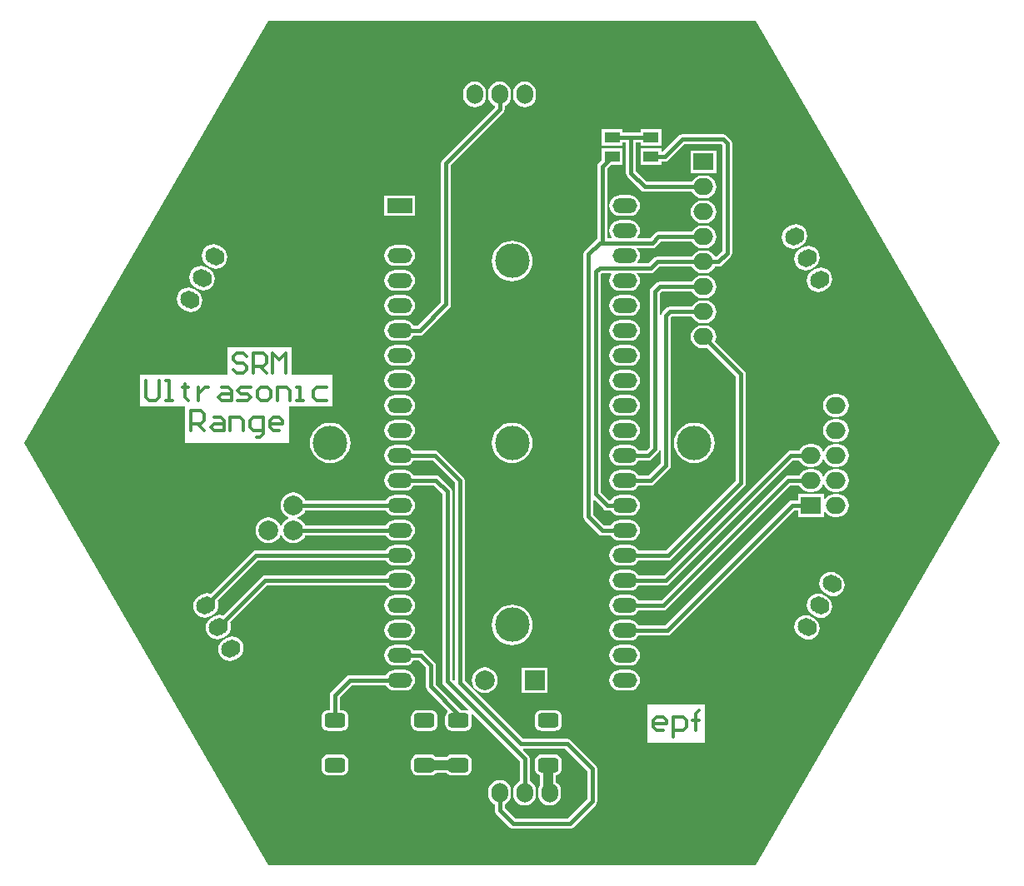
<source format=gtl>
%FSLAX44Y44*%
%MOMM*%
G71*
G01*
G75*
G04 Layer_Physical_Order=1*
G04 Layer_Color=255*
G04:AMPARAMS|DCode=10|XSize=2.1mm|YSize=1.5mm|CornerRadius=0.375mm|HoleSize=0mm|Usage=FLASHONLY|Rotation=180.000|XOffset=0mm|YOffset=0mm|HoleType=Round|Shape=RoundedRectangle|*
%AMROUNDEDRECTD10*
21,1,2.1000,0.7500,0,0,180.0*
21,1,1.3500,1.5000,0,0,180.0*
1,1,0.7500,-0.6750,0.3750*
1,1,0.7500,0.6750,0.3750*
1,1,0.7500,0.6750,-0.3750*
1,1,0.7500,-0.6750,-0.3750*
%
%ADD10ROUNDEDRECTD10*%
%ADD11R,1.5000X1.1000*%
%ADD12C,0.4000*%
%ADD13C,1.0000*%
%ADD14C,0.3000*%
%ADD15R,2.0000X1.7000*%
%ADD16O,2.0000X1.7000*%
%ADD17R,2.0000X2.0000*%
%ADD18C,2.0000*%
G04:AMPARAMS|DCode=19|XSize=1.7mm|YSize=2mm|CornerRadius=0mm|HoleSize=0mm|Usage=FLASHONLY|Rotation=120.000|XOffset=0mm|YOffset=0mm|HoleType=Round|Shape=Round|*
%AMOVALD19*
21,1,0.3000,1.7000,0.0000,0.0000,210.0*
1,1,1.7000,0.1299,0.0750*
1,1,1.7000,-0.1299,-0.0750*
%
%ADD19OVALD19*%

%ADD20O,1.7000X2.0000*%
%ADD21R,2.5000X1.5000*%
%ADD22O,2.5000X1.5000*%
G04:AMPARAMS|DCode=23|XSize=1.7mm|YSize=2mm|CornerRadius=0mm|HoleSize=0mm|Usage=FLASHONLY|Rotation=60.000|XOffset=0mm|YOffset=0mm|HoleType=Round|Shape=Round|*
%AMOVALD23*
21,1,0.3000,1.7000,0.0000,0.0000,150.0*
1,1,1.7000,0.1299,-0.0750*
1,1,1.7000,-0.1299,0.0750*
%
%ADD23OVALD23*%

%ADD24C,3.5000*%
%ADD25R,2.0000X2.0000*%
G36*
X495670Y0D02*
X247836Y-428992D01*
X-247836D01*
X-495670Y0D01*
X-247836Y428992D01*
X247836D01*
X495670Y0D01*
D02*
G37*
%LPC*%
G36*
X-109300Y-129109D02*
X-119300D01*
X-122041Y-129470D01*
X-124595Y-130528D01*
X-126789Y-132211D01*
X-128472Y-134405D01*
X-128553Y-134602D01*
X-251053D01*
X-252680Y-134926D01*
X-253004Y-134990D01*
X-254658Y-136095D01*
X-293835Y-175273D01*
X-294149Y-175143D01*
X-297151Y-174748D01*
X-300153Y-175143D01*
X-302950Y-176302D01*
X-305549Y-177802D01*
X-307951Y-179645D01*
X-309794Y-182047D01*
X-310953Y-184845D01*
X-311348Y-187847D01*
X-310953Y-190849D01*
X-309794Y-193647D01*
X-307951Y-196049D01*
X-305549Y-197892D01*
X-302751Y-199051D01*
X-299749Y-199446D01*
X-296747Y-199051D01*
X-293950Y-197892D01*
X-291351Y-196392D01*
X-288949Y-194549D01*
X-287106Y-192147D01*
X-285947Y-189349D01*
X-285552Y-186347D01*
X-285947Y-183345D01*
X-286398Y-182255D01*
X-248941Y-144798D01*
X-128553D01*
X-128472Y-144995D01*
X-126789Y-147189D01*
X-124595Y-148872D01*
X-122041Y-149930D01*
X-119300Y-150291D01*
X-109300D01*
X-106559Y-149930D01*
X-104005Y-148872D01*
X-101811Y-147189D01*
X-100128Y-144995D01*
X-99070Y-142441D01*
X-98709Y-139700D01*
X-99070Y-136959D01*
X-100128Y-134405D01*
X-101811Y-132211D01*
X-104005Y-130528D01*
X-106559Y-129470D01*
X-109300Y-129109D01*
D02*
G37*
G36*
Y-103709D02*
X-119300D01*
X-122041Y-104070D01*
X-124595Y-105128D01*
X-126789Y-106811D01*
X-128472Y-109005D01*
X-128553Y-109202D01*
X-260350D01*
X-262301Y-109590D01*
X-263955Y-110695D01*
X-306535Y-153276D01*
X-306849Y-153146D01*
X-309851Y-152751D01*
X-312853Y-153146D01*
X-315651Y-154305D01*
X-318249Y-155805D01*
X-320651Y-157648D01*
X-322494Y-160050D01*
X-323653Y-162848D01*
X-324048Y-165850D01*
X-323653Y-168852D01*
X-322494Y-171650D01*
X-320651Y-174052D01*
X-318249Y-175895D01*
X-315451Y-177054D01*
X-312449Y-177449D01*
X-309447Y-177054D01*
X-306649Y-175895D01*
X-304051Y-174395D01*
X-301649Y-172552D01*
X-299806Y-170150D01*
X-298647Y-167352D01*
X-298252Y-164350D01*
X-298647Y-161348D01*
X-299098Y-160258D01*
X-258238Y-119398D01*
X-128553D01*
X-128472Y-119595D01*
X-126789Y-121789D01*
X-124595Y-123472D01*
X-122041Y-124530D01*
X-119300Y-124891D01*
X-109300D01*
X-106559Y-124530D01*
X-104005Y-123472D01*
X-101811Y-121789D01*
X-100128Y-119595D01*
X-99070Y-117041D01*
X-98709Y-114300D01*
X-99070Y-111559D01*
X-100128Y-109005D01*
X-101811Y-106811D01*
X-104005Y-105128D01*
X-106559Y-104070D01*
X-109300Y-103709D01*
D02*
G37*
G36*
X195810Y119549D02*
X192810D01*
X189808Y119154D01*
X187010Y117995D01*
X184608Y116152D01*
X182765Y113750D01*
X181606Y110952D01*
X181211Y107950D01*
X181606Y104948D01*
X182765Y102150D01*
X184608Y99748D01*
X187010Y97905D01*
X189808Y96746D01*
X192810Y96351D01*
X195810D01*
X198363Y96687D01*
X227312Y67738D01*
Y-38528D01*
X156638Y-109202D01*
X128553D01*
X128472Y-109005D01*
X126789Y-106811D01*
X124595Y-105128D01*
X122041Y-104070D01*
X119300Y-103709D01*
X109300D01*
X106559Y-104070D01*
X104005Y-105128D01*
X101811Y-106811D01*
X100128Y-109005D01*
X99070Y-111559D01*
X98709Y-114300D01*
X99070Y-117041D01*
X100128Y-119595D01*
X101811Y-121789D01*
X104005Y-123472D01*
X106559Y-124530D01*
X109300Y-124891D01*
X119300D01*
X122041Y-124530D01*
X124595Y-123472D01*
X126789Y-121789D01*
X128472Y-119595D01*
X128553Y-119398D01*
X158750D01*
X160701Y-119010D01*
X162355Y-117905D01*
X162355Y-117905D01*
X162355Y-117905D01*
X236015Y-44245D01*
X237120Y-42591D01*
X237184Y-42267D01*
X237508Y-40640D01*
Y69850D01*
X237184Y71477D01*
X237120Y71801D01*
X236015Y73455D01*
X206284Y103186D01*
X207014Y104948D01*
X207409Y107950D01*
X207014Y110952D01*
X205855Y113750D01*
X204012Y116152D01*
X201610Y117995D01*
X198812Y119154D01*
X195810Y119549D01*
D02*
G37*
G36*
X323821Y-131161D02*
X320819Y-131556D01*
X318021Y-132715D01*
X315619Y-134558D01*
X313776Y-136960D01*
X312617Y-139758D01*
X312222Y-142760D01*
X312617Y-145762D01*
X313776Y-148560D01*
X315619Y-150962D01*
X318021Y-152805D01*
X320620Y-154305D01*
X323417Y-155464D01*
X326419Y-155859D01*
X329421Y-155464D01*
X332219Y-154305D01*
X334621Y-152462D01*
X336464Y-150060D01*
X337623Y-147262D01*
X338018Y-144260D01*
X337623Y-141258D01*
X336464Y-138460D01*
X334621Y-136058D01*
X332219Y-134215D01*
X329621Y-132715D01*
X326823Y-131556D01*
X323821Y-131161D01*
D02*
G37*
G36*
X298421Y-175155D02*
X295419Y-175550D01*
X292621Y-176709D01*
X290219Y-178552D01*
X288376Y-180954D01*
X287217Y-183752D01*
X286822Y-186754D01*
X287217Y-189756D01*
X288376Y-192554D01*
X290219Y-194956D01*
X292621Y-196799D01*
X295219Y-198299D01*
X298017Y-199458D01*
X301019Y-199853D01*
X304021Y-199458D01*
X306819Y-198299D01*
X309221Y-196456D01*
X311064Y-194054D01*
X312223Y-191256D01*
X312618Y-188254D01*
X312223Y-185252D01*
X311064Y-182454D01*
X309221Y-180052D01*
X306819Y-178209D01*
X304221Y-176709D01*
X301423Y-175550D01*
X298421Y-175155D01*
D02*
G37*
G36*
X311121Y-153158D02*
X308119Y-153553D01*
X305321Y-154712D01*
X302919Y-156555D01*
X301076Y-158957D01*
X299917Y-161755D01*
X299522Y-164757D01*
X299917Y-167759D01*
X301076Y-170557D01*
X302919Y-172959D01*
X305321Y-174802D01*
X307920Y-176302D01*
X310717Y-177461D01*
X313719Y-177856D01*
X316721Y-177461D01*
X319519Y-176302D01*
X321921Y-174459D01*
X323764Y-172057D01*
X324923Y-169259D01*
X325318Y-166257D01*
X324923Y-163255D01*
X323764Y-160457D01*
X321921Y-158055D01*
X319519Y-156212D01*
X316921Y-154712D01*
X314123Y-153553D01*
X311121Y-153158D01*
D02*
G37*
G36*
X-109300Y-154509D02*
X-119300D01*
X-122041Y-154870D01*
X-124595Y-155928D01*
X-126789Y-157611D01*
X-128472Y-159805D01*
X-129530Y-162359D01*
X-129891Y-165100D01*
X-129530Y-167841D01*
X-128472Y-170395D01*
X-126789Y-172589D01*
X-124595Y-174272D01*
X-122041Y-175330D01*
X-119300Y-175691D01*
X-109300D01*
X-106559Y-175330D01*
X-104005Y-174272D01*
X-101811Y-172589D01*
X-100128Y-170395D01*
X-99070Y-167841D01*
X-98709Y-165100D01*
X-99070Y-162359D01*
X-100128Y-159805D01*
X-101811Y-157611D01*
X-104005Y-155928D01*
X-106559Y-154870D01*
X-109300Y-154509D01*
D02*
G37*
G36*
X-222250Y-50388D02*
X-225644Y-50835D01*
X-228806Y-52144D01*
X-231522Y-54228D01*
X-233605Y-56944D01*
X-234915Y-60106D01*
X-235362Y-63500D01*
X-234915Y-66894D01*
X-233605Y-70056D01*
X-231522Y-72772D01*
X-228806Y-74855D01*
X-227093Y-75565D01*
Y-76835D01*
X-228806Y-77544D01*
X-231522Y-79628D01*
X-233605Y-82344D01*
X-234315Y-84057D01*
X-235585D01*
X-236294Y-82344D01*
X-238378Y-79628D01*
X-241094Y-77544D01*
X-244256Y-76235D01*
X-247650Y-75788D01*
X-251044Y-76235D01*
X-254206Y-77544D01*
X-256922Y-79628D01*
X-259006Y-82344D01*
X-260315Y-85506D01*
X-260762Y-88900D01*
X-260315Y-92294D01*
X-259006Y-95456D01*
X-256922Y-98172D01*
X-254206Y-100255D01*
X-251044Y-101565D01*
X-247650Y-102012D01*
X-244256Y-101565D01*
X-241094Y-100255D01*
X-238378Y-98172D01*
X-236294Y-95456D01*
X-235585Y-93743D01*
X-234315D01*
X-233605Y-95456D01*
X-231522Y-98172D01*
X-228806Y-100255D01*
X-225644Y-101565D01*
X-222250Y-102012D01*
X-218856Y-101565D01*
X-215694Y-100255D01*
X-212978Y-98172D01*
X-210895Y-95456D01*
X-210291Y-93998D01*
X-128553D01*
X-128472Y-94195D01*
X-126789Y-96389D01*
X-124595Y-98072D01*
X-122041Y-99130D01*
X-119300Y-99491D01*
X-109300D01*
X-106559Y-99130D01*
X-104005Y-98072D01*
X-101811Y-96389D01*
X-100128Y-94195D01*
X-99070Y-91641D01*
X-98709Y-88900D01*
X-99070Y-86159D01*
X-100128Y-83605D01*
X-101811Y-81411D01*
X-104005Y-79728D01*
X-106559Y-78670D01*
X-109300Y-78309D01*
X-119300D01*
X-122041Y-78670D01*
X-124595Y-79728D01*
X-126789Y-81411D01*
X-128472Y-83605D01*
X-128553Y-83802D01*
X-210291D01*
X-210895Y-82344D01*
X-212978Y-79628D01*
X-215694Y-77544D01*
X-218856Y-76235D01*
X-215694Y-74855D01*
X-215694D01*
D01*
D01*
D01*
X-215694Y-74855D01*
X-212978Y-72772D01*
X-210895Y-70056D01*
X-210291Y-68598D01*
X-128553D01*
X-128472Y-68795D01*
X-126789Y-70989D01*
X-124595Y-72672D01*
X-122041Y-73730D01*
X-119300Y-74091D01*
X-109300D01*
X-106559Y-73730D01*
X-104005Y-72672D01*
X-101811Y-70989D01*
X-100128Y-68795D01*
X-99070Y-66241D01*
X-98709Y-63500D01*
X-99070Y-60759D01*
X-100128Y-58205D01*
X-101811Y-56011D01*
X-104005Y-54328D01*
X-106559Y-53270D01*
X-109300Y-52909D01*
X-119300D01*
X-122041Y-53270D01*
X-124595Y-54328D01*
X-126789Y-56011D01*
X-128472Y-58205D01*
X-128553Y-58402D01*
X-210291D01*
X-210895Y-56944D01*
X-212978Y-54228D01*
X-215694Y-52144D01*
X-218856Y-50835D01*
X-222250Y-50388D01*
D02*
G37*
G36*
X185000Y20599D02*
X180981Y20203D01*
X177117Y19031D01*
X173556Y17128D01*
X170434Y14566D01*
X167872Y11444D01*
X165969Y7883D01*
X164797Y4019D01*
X164401Y0D01*
X164797Y-4019D01*
X165969Y-7883D01*
X167872Y-11444D01*
X170434Y-14566D01*
X173556Y-17128D01*
X177117Y-19031D01*
X180981Y-20203D01*
X185000Y-20599D01*
X189019Y-20203D01*
X192883Y-19031D01*
X196444Y-17128D01*
X199566Y-14566D01*
X202128Y-11444D01*
X204031Y-7883D01*
X205203Y-4019D01*
X205599Y0D01*
X205203Y4019D01*
X204031Y7883D01*
X202128Y11444D01*
X199566Y14566D01*
X196444Y17128D01*
X192883Y19031D01*
X189019Y20203D01*
X185000Y20599D01*
D02*
G37*
G36*
X330430Y-1101D02*
X327430D01*
X324428Y-1496D01*
X321630Y-2655D01*
X319228Y-4498D01*
X317385Y-6900D01*
X316865Y-8155D01*
X315595D01*
X315075Y-6900D01*
X313232Y-4498D01*
X310830Y-2655D01*
X308032Y-1496D01*
X305030Y-1101D01*
X302030D01*
X299028Y-1496D01*
X296230Y-2655D01*
X293828Y-4498D01*
X291985Y-6900D01*
X291694Y-7602D01*
X283210D01*
X281583Y-7926D01*
X281259Y-7990D01*
X279605Y-9095D01*
X154098Y-134602D01*
X128553D01*
X128472Y-134405D01*
X126789Y-132211D01*
X124595Y-130528D01*
X122041Y-129470D01*
X119300Y-129109D01*
X109300D01*
X106559Y-129470D01*
X104005Y-130528D01*
X101811Y-132211D01*
X100128Y-134405D01*
X99070Y-136959D01*
X98709Y-139700D01*
X99070Y-142441D01*
X100128Y-144995D01*
X101811Y-147189D01*
X104005Y-148872D01*
X106559Y-149930D01*
X109300Y-150291D01*
X119300D01*
X122041Y-149930D01*
X124595Y-148872D01*
X126789Y-147189D01*
X128472Y-144995D01*
X128553Y-144798D01*
X156210D01*
X158161Y-144410D01*
X159815Y-143305D01*
X159815Y-143305D01*
X159815Y-143305D01*
X285322Y-17798D01*
X291694D01*
X291985Y-18500D01*
X293828Y-20902D01*
X296230Y-22745D01*
X299028Y-23904D01*
X302030Y-24299D01*
X305030D01*
X308032Y-23904D01*
X310830Y-22745D01*
X313232Y-20902D01*
X315075Y-18500D01*
X315595Y-17245D01*
X316865D01*
X317385Y-18500D01*
X319228Y-20902D01*
X321630Y-22745D01*
X324428Y-23904D01*
X327430Y-24299D01*
X330430D01*
X333432Y-23904D01*
X336230Y-22745D01*
X338632Y-20902D01*
X340475Y-18500D01*
X341634Y-15702D01*
X342029Y-12700D01*
X341634Y-9698D01*
X340475Y-6900D01*
X338632Y-4498D01*
X336230Y-2655D01*
X333432Y-1496D01*
X330430Y-1101D01*
D02*
G37*
G36*
X-223894Y97114D02*
X-289210D01*
Y69173D01*
X-378110D01*
Y37180D01*
X-332390D01*
Y36D01*
X-227087D01*
Y37180D01*
X-182836D01*
Y69173D01*
X-223894D01*
Y97114D01*
D02*
G37*
G36*
X0Y20599D02*
X-4019Y20203D01*
X-7883Y19031D01*
X-11444Y17128D01*
X-14566Y14566D01*
X-17128Y11444D01*
X-19031Y7883D01*
X-20203Y4019D01*
X-20599Y0D01*
X-20203Y-4019D01*
X-19031Y-7883D01*
X-17128Y-11444D01*
X-14566Y-14566D01*
X-11444Y-17128D01*
X-7883Y-19031D01*
X-4019Y-20203D01*
X0Y-20599D01*
X4019Y-20203D01*
X7883Y-19031D01*
X11444Y-17128D01*
X14566Y-14566D01*
X17128Y-11444D01*
X19031Y-7883D01*
X20203Y-4019D01*
X20599Y0D01*
X20203Y4019D01*
X19031Y7883D01*
X17128Y11444D01*
X14566Y14566D01*
X11444Y17128D01*
X7883Y19031D01*
X4019Y20203D01*
X0Y20599D01*
D02*
G37*
G36*
X330430Y-51901D02*
X327430D01*
X324428Y-52296D01*
X321630Y-53455D01*
X319228Y-55298D01*
X317733Y-57247D01*
X316530Y-56839D01*
Y-52000D01*
X290530D01*
Y-58402D01*
X284480D01*
X282529Y-58790D01*
X280875Y-59895D01*
X155368Y-185402D01*
X128553D01*
X128472Y-185205D01*
X126789Y-183011D01*
X124595Y-181328D01*
X122041Y-180270D01*
X119300Y-179909D01*
X109300D01*
X106559Y-180270D01*
X104005Y-181328D01*
X101811Y-183011D01*
X100128Y-185205D01*
X99070Y-187759D01*
X98709Y-190500D01*
X99070Y-193241D01*
X100128Y-195795D01*
X101811Y-197989D01*
X104005Y-199672D01*
X106559Y-200730D01*
X109300Y-201091D01*
X119300D01*
X122041Y-200730D01*
X124595Y-199672D01*
X126789Y-197989D01*
X128472Y-195795D01*
X128553Y-195598D01*
X157480D01*
X159431Y-195210D01*
X161085Y-194105D01*
X161085Y-194105D01*
X161085Y-194105D01*
X286592Y-68598D01*
X290530D01*
Y-75000D01*
X316530D01*
Y-70161D01*
X317733Y-69753D01*
X319228Y-71702D01*
X321630Y-73545D01*
X324428Y-74704D01*
X327430Y-75099D01*
X330430D01*
X333432Y-74704D01*
X336230Y-73545D01*
X338632Y-71702D01*
X340475Y-69300D01*
X341634Y-66502D01*
X342029Y-63500D01*
X341634Y-60498D01*
X340475Y-57700D01*
X338632Y-55298D01*
X336230Y-53455D01*
X333432Y-52296D01*
X330430Y-51901D01*
D02*
G37*
G36*
Y-26501D02*
X327430D01*
X324428Y-26896D01*
X321630Y-28055D01*
X319228Y-29898D01*
X317385Y-32300D01*
X316865Y-33555D01*
X315595D01*
X315075Y-32300D01*
X313232Y-29898D01*
X310830Y-28055D01*
X308032Y-26896D01*
X305030Y-26501D01*
X302030D01*
X299028Y-26896D01*
X296230Y-28055D01*
X293828Y-29898D01*
X291985Y-32300D01*
X291694Y-33002D01*
X280670D01*
X278719Y-33390D01*
X277065Y-34495D01*
X151558Y-160002D01*
X128553D01*
X128472Y-159805D01*
X126789Y-157611D01*
X124595Y-155928D01*
X122041Y-154870D01*
X119300Y-154509D01*
X109300D01*
X106559Y-154870D01*
X104005Y-155928D01*
X101811Y-157611D01*
X100128Y-159805D01*
X99070Y-162359D01*
X98709Y-165100D01*
X99070Y-167841D01*
X100128Y-170395D01*
X101811Y-172589D01*
X104005Y-174272D01*
X106559Y-175330D01*
X109300Y-175691D01*
X119300D01*
X122041Y-175330D01*
X124595Y-174272D01*
X126789Y-172589D01*
X128472Y-170395D01*
X128553Y-170198D01*
X153670D01*
X155621Y-169810D01*
X157275Y-168705D01*
X282782Y-43198D01*
X291694D01*
X291985Y-43900D01*
X293828Y-46302D01*
X296230Y-48145D01*
X299028Y-49304D01*
X302030Y-49699D01*
X305030D01*
X308032Y-49304D01*
X310830Y-48145D01*
X313232Y-46302D01*
X315075Y-43900D01*
X315595Y-42645D01*
X316865D01*
X317385Y-43900D01*
X319228Y-46302D01*
X321630Y-48145D01*
X324428Y-49304D01*
X327430Y-49699D01*
X330430D01*
X333432Y-49304D01*
X336230Y-48145D01*
X338632Y-46302D01*
X340475Y-43900D01*
X341634Y-41102D01*
X342029Y-38100D01*
X341634Y-35098D01*
X340475Y-32300D01*
X338632Y-29898D01*
X336230Y-28055D01*
X333432Y-26896D01*
X330430Y-26501D01*
D02*
G37*
G36*
X-185000Y20599D02*
X-189019Y20203D01*
X-192883Y19031D01*
X-196444Y17128D01*
X-199566Y14566D01*
X-202128Y11444D01*
X-204031Y7883D01*
X-205203Y4019D01*
X-205599Y0D01*
X-205203Y-4019D01*
X-204031Y-7883D01*
X-202128Y-11444D01*
X-199566Y-14566D01*
X-196444Y-17128D01*
X-192883Y-19031D01*
X-189019Y-20203D01*
X-185000Y-20599D01*
X-180981Y-20203D01*
X-177117Y-19031D01*
X-173556Y-17128D01*
X-170434Y-14566D01*
X-167872Y-11444D01*
X-165969Y-7883D01*
X-164797Y-4019D01*
X-164401Y0D01*
X-164797Y4019D01*
X-165969Y7883D01*
X-167872Y11444D01*
X-170434Y14566D01*
X-173556Y17128D01*
X-177117Y19031D01*
X-180981Y20203D01*
X-185000Y20599D01*
D02*
G37*
G36*
X-82370Y-271642D02*
X-95870D01*
X-97632Y-271874D01*
X-99274Y-272554D01*
X-100684Y-273636D01*
X-101766Y-275046D01*
X-102446Y-276688D01*
X-102678Y-278450D01*
Y-285950D01*
X-102446Y-287712D01*
X-101766Y-289354D01*
X-100684Y-290764D01*
X-99274Y-291846D01*
X-97632Y-292526D01*
X-95870Y-292758D01*
X-82370D01*
X-80608Y-292526D01*
X-78966Y-291846D01*
X-77556Y-290764D01*
X-76474Y-289354D01*
X-75794Y-287712D01*
X-75562Y-285950D01*
Y-278450D01*
X-75794Y-276688D01*
X-76474Y-275046D01*
X-77556Y-273636D01*
X-78966Y-272554D01*
X-80608Y-271874D01*
X-82370Y-271642D01*
D02*
G37*
G36*
X43360D02*
X29860D01*
X28098Y-271874D01*
X26456Y-272554D01*
X25046Y-273636D01*
X23964Y-275046D01*
X23284Y-276688D01*
X23052Y-278450D01*
Y-285950D01*
X23284Y-287712D01*
X23964Y-289354D01*
X25046Y-290764D01*
X26456Y-291846D01*
X28098Y-292526D01*
X29860Y-292758D01*
X43360D01*
X45122Y-292526D01*
X46764Y-291846D01*
X48174Y-290764D01*
X49256Y-289354D01*
X49936Y-287712D01*
X50168Y-285950D01*
Y-278450D01*
X49936Y-276688D01*
X49256Y-275046D01*
X48174Y-273636D01*
X46764Y-272554D01*
X45122Y-271874D01*
X43360Y-271642D01*
D02*
G37*
G36*
X-27940Y-228188D02*
X-31334Y-228635D01*
X-34496Y-229944D01*
X-37212Y-232028D01*
X-39295Y-234744D01*
X-40605Y-237906D01*
X-41052Y-241300D01*
X-40605Y-244694D01*
X-39295Y-247856D01*
X-37212Y-250572D01*
X-34496Y-252656D01*
X-31334Y-253965D01*
X-27940Y-254412D01*
X-24546Y-253965D01*
X-21384Y-252656D01*
X-18668Y-250572D01*
X-16585Y-247856D01*
X-15275Y-244694D01*
X-14828Y-241300D01*
X-15275Y-237906D01*
X-16585Y-234744D01*
X-18668Y-232028D01*
X-21384Y-229944D01*
X-24546Y-228635D01*
X-27940Y-228188D01*
D02*
G37*
G36*
X196162Y-266106D02*
X137510D01*
Y-304764D01*
X196162D01*
Y-266106D01*
D02*
G37*
G36*
X43360Y-316842D02*
X29860D01*
X28098Y-317074D01*
X26456Y-317754D01*
X25046Y-318836D01*
X23964Y-320246D01*
X23284Y-321888D01*
X23052Y-323650D01*
Y-331150D01*
X23284Y-332912D01*
X23964Y-334554D01*
X25046Y-335964D01*
X26456Y-337046D01*
X28098Y-337726D01*
X28541Y-337785D01*
Y-347667D01*
X28055Y-348300D01*
X26896Y-351098D01*
X26501Y-354100D01*
Y-357100D01*
X26896Y-360102D01*
X28055Y-362900D01*
X29898Y-365302D01*
X32300Y-367145D01*
X35098Y-368304D01*
X38100Y-368699D01*
X41102Y-368304D01*
X43900Y-367145D01*
X46302Y-365302D01*
X48145Y-362900D01*
X49304Y-360102D01*
X49699Y-357100D01*
Y-354100D01*
X49304Y-351098D01*
X48145Y-348300D01*
X46302Y-345898D01*
X44679Y-344653D01*
Y-337785D01*
X45122Y-337726D01*
X46764Y-337046D01*
X48174Y-335964D01*
X49256Y-334554D01*
X49936Y-332912D01*
X50168Y-331150D01*
Y-323650D01*
X49936Y-321888D01*
X49256Y-320246D01*
X48174Y-318836D01*
X46764Y-317754D01*
X45122Y-317074D01*
X43360Y-316842D01*
D02*
G37*
G36*
X-173370D02*
X-186870D01*
X-188632Y-317074D01*
X-190274Y-317754D01*
X-191684Y-318836D01*
X-192766Y-320246D01*
X-193446Y-321888D01*
X-193678Y-323650D01*
Y-331150D01*
X-193446Y-332912D01*
X-192766Y-334554D01*
X-191684Y-335964D01*
X-190274Y-337046D01*
X-188632Y-337726D01*
X-186870Y-337958D01*
X-173370D01*
X-171608Y-337726D01*
X-169966Y-337046D01*
X-168556Y-335964D01*
X-167474Y-334554D01*
X-166794Y-332912D01*
X-166562Y-331150D01*
Y-323650D01*
X-166794Y-321888D01*
X-167474Y-320246D01*
X-168556Y-318836D01*
X-169966Y-317754D01*
X-171608Y-317074D01*
X-173370Y-316842D01*
D02*
G37*
G36*
X-47640D02*
X-61140D01*
X-62902Y-317074D01*
X-64544Y-317754D01*
X-65954Y-318836D01*
X-66334Y-319331D01*
X-77176D01*
X-77556Y-318836D01*
X-78966Y-317754D01*
X-80608Y-317074D01*
X-82370Y-316842D01*
X-95870D01*
X-97632Y-317074D01*
X-99274Y-317754D01*
X-100684Y-318836D01*
X-101766Y-320246D01*
X-102446Y-321888D01*
X-102678Y-323650D01*
Y-331150D01*
X-102446Y-332912D01*
X-101766Y-334554D01*
X-100684Y-335964D01*
X-99274Y-337046D01*
X-97632Y-337726D01*
X-95870Y-337958D01*
X-82370D01*
X-80608Y-337726D01*
X-78966Y-337046D01*
X-77556Y-335964D01*
X-77176Y-335469D01*
X-66334D01*
X-65954Y-335964D01*
X-64544Y-337046D01*
X-62902Y-337726D01*
X-61140Y-337958D01*
X-47640D01*
X-45878Y-337726D01*
X-44236Y-337046D01*
X-42826Y-335964D01*
X-41744Y-334554D01*
X-41064Y-332912D01*
X-40832Y-331150D01*
Y-323650D01*
X-41064Y-321888D01*
X-41744Y-320246D01*
X-42826Y-318836D01*
X-44236Y-317754D01*
X-45878Y-317074D01*
X-47640Y-316842D01*
D02*
G37*
G36*
X35860Y-228300D02*
X9860D01*
Y-254300D01*
X35860D01*
Y-228300D01*
D02*
G37*
G36*
X-284451Y-196745D02*
X-287453Y-197140D01*
X-290251Y-198299D01*
X-292849Y-199799D01*
X-295251Y-201642D01*
X-297094Y-204044D01*
X-298253Y-206842D01*
X-298648Y-209844D01*
X-298253Y-212846D01*
X-297094Y-215644D01*
X-295251Y-218046D01*
X-292849Y-219889D01*
X-290051Y-221048D01*
X-287049Y-221443D01*
X-284047Y-221048D01*
X-281250Y-219889D01*
X-278651Y-218389D01*
X-276249Y-216546D01*
X-274406Y-214144D01*
X-273247Y-211346D01*
X-272852Y-208344D01*
X-273247Y-205342D01*
X-274406Y-202544D01*
X-276249Y-200142D01*
X-278651Y-198299D01*
X-281449Y-197140D01*
X-284451Y-196745D01*
D02*
G37*
G36*
X0Y-164401D02*
X-4019Y-164797D01*
X-7883Y-165969D01*
X-11444Y-167872D01*
X-14566Y-170434D01*
X-17128Y-173556D01*
X-19031Y-177117D01*
X-20203Y-180981D01*
X-20599Y-185000D01*
X-20203Y-189019D01*
X-19031Y-192883D01*
X-17128Y-196444D01*
X-14566Y-199566D01*
X-11444Y-202128D01*
X-7883Y-204031D01*
X-4019Y-205203D01*
X0Y-205599D01*
X4019Y-205203D01*
X7883Y-204031D01*
X11444Y-202128D01*
X14566Y-199566D01*
X17128Y-196444D01*
X19031Y-192883D01*
X20203Y-189019D01*
X20599Y-185000D01*
X20203Y-180981D01*
X19031Y-177117D01*
X17128Y-173556D01*
X14566Y-170434D01*
X11444Y-167872D01*
X7883Y-165969D01*
X4019Y-164797D01*
X0Y-164401D01*
D02*
G37*
G36*
X-109300Y-179909D02*
X-119300D01*
X-122041Y-180270D01*
X-124595Y-181328D01*
X-126789Y-183011D01*
X-128472Y-185205D01*
X-129530Y-187759D01*
X-129891Y-190500D01*
X-129530Y-193241D01*
X-128472Y-195795D01*
X-126789Y-197989D01*
X-124595Y-199672D01*
X-122041Y-200730D01*
X-119300Y-201091D01*
X-109300D01*
X-106559Y-200730D01*
X-104005Y-199672D01*
X-101811Y-197989D01*
X-100128Y-195795D01*
X-99070Y-193241D01*
X-98709Y-190500D01*
X-99070Y-187759D01*
X-100128Y-185205D01*
X-101811Y-183011D01*
X-104005Y-181328D01*
X-106559Y-180270D01*
X-109300Y-179909D01*
D02*
G37*
G36*
X119300Y-205309D02*
X109300D01*
X106559Y-205670D01*
X104005Y-206728D01*
X101811Y-208411D01*
X100128Y-210605D01*
X99070Y-213159D01*
X98709Y-215900D01*
X99070Y-218641D01*
X100128Y-221195D01*
X101811Y-223389D01*
X104005Y-225072D01*
X106559Y-226130D01*
X109300Y-226491D01*
X119300D01*
X122041Y-226130D01*
X124595Y-225072D01*
X126789Y-223389D01*
X128472Y-221195D01*
X129530Y-218641D01*
X129891Y-215900D01*
X129530Y-213159D01*
X128472Y-210605D01*
X126789Y-208411D01*
X124595Y-206728D01*
X122041Y-205670D01*
X119300Y-205309D01*
D02*
G37*
G36*
X-109300Y-230709D02*
X-119300D01*
X-122041Y-231070D01*
X-124595Y-232128D01*
X-126789Y-233811D01*
X-128472Y-236005D01*
X-128553Y-236202D01*
X-165100D01*
X-166727Y-236526D01*
X-167051Y-236590D01*
X-168705Y-237695D01*
X-183725Y-252715D01*
X-184830Y-254369D01*
X-185218Y-256320D01*
Y-271642D01*
X-186870D01*
X-188632Y-271874D01*
X-190274Y-272554D01*
X-191684Y-273636D01*
X-192766Y-275046D01*
X-193446Y-276688D01*
X-193678Y-278450D01*
Y-285950D01*
X-193446Y-287712D01*
X-192766Y-289354D01*
X-191684Y-290764D01*
X-190274Y-291846D01*
X-188632Y-292526D01*
X-186870Y-292758D01*
X-173370D01*
X-171608Y-292526D01*
X-169966Y-291846D01*
X-168556Y-290764D01*
X-167474Y-289354D01*
X-166794Y-287712D01*
X-166562Y-285950D01*
Y-278450D01*
X-166794Y-276688D01*
X-167474Y-275046D01*
X-168556Y-273636D01*
X-169966Y-272554D01*
X-171608Y-271874D01*
X-173370Y-271642D01*
X-175022D01*
Y-258432D01*
X-162988Y-246398D01*
X-128553D01*
X-128472Y-246595D01*
X-126789Y-248789D01*
X-124595Y-250472D01*
X-122041Y-251530D01*
X-119300Y-251891D01*
X-109300D01*
X-106559Y-251530D01*
X-104005Y-250472D01*
X-101811Y-248789D01*
X-100128Y-246595D01*
X-99070Y-244041D01*
X-98709Y-241300D01*
X-99070Y-238559D01*
X-100128Y-236005D01*
X-101811Y-233811D01*
X-104005Y-232128D01*
X-106559Y-231070D01*
X-109300Y-230709D01*
D02*
G37*
G36*
X119300D02*
X109300D01*
X106559Y-231070D01*
X104005Y-232128D01*
X101811Y-233811D01*
X100128Y-236005D01*
X99070Y-238559D01*
X98709Y-241300D01*
X99070Y-244041D01*
X100128Y-246595D01*
X101811Y-248789D01*
X104005Y-250472D01*
X106559Y-251530D01*
X109300Y-251891D01*
X119300D01*
X122041Y-251530D01*
X124595Y-250472D01*
X126789Y-248789D01*
X128472Y-246595D01*
X129530Y-244041D01*
X129891Y-241300D01*
X129530Y-238559D01*
X128472Y-236005D01*
X126789Y-233811D01*
X124595Y-232128D01*
X122041Y-231070D01*
X119300Y-230709D01*
D02*
G37*
G36*
X-109300Y-2109D02*
X-119300D01*
X-122041Y-2470D01*
X-124595Y-3528D01*
X-126789Y-5211D01*
X-128472Y-7405D01*
X-129530Y-9959D01*
X-129891Y-12700D01*
X-129530Y-15441D01*
X-128472Y-17995D01*
X-126789Y-20189D01*
X-124595Y-21872D01*
X-122041Y-22930D01*
X-119300Y-23291D01*
X-109300D01*
X-106559Y-22930D01*
X-104005Y-21872D01*
X-101811Y-20189D01*
X-100128Y-17995D01*
X-100047Y-17798D01*
X-80852D01*
X-58438Y-40212D01*
Y-241303D01*
X-59611Y-241789D01*
X-60942Y-240458D01*
Y-49530D01*
X-61330Y-47579D01*
X-62435Y-45925D01*
X-73865Y-34495D01*
X-75519Y-33390D01*
X-77470Y-33002D01*
X-100047D01*
X-100128Y-32805D01*
X-101811Y-30611D01*
X-104005Y-28928D01*
X-106559Y-27870D01*
X-109300Y-27509D01*
X-119300D01*
X-122041Y-27870D01*
X-124595Y-28928D01*
X-126789Y-30611D01*
X-128472Y-32805D01*
X-129530Y-35359D01*
X-129891Y-38100D01*
X-129530Y-40841D01*
X-128472Y-43395D01*
X-126789Y-45589D01*
X-124595Y-47272D01*
X-122041Y-48330D01*
X-119300Y-48691D01*
X-109300D01*
X-106559Y-48330D01*
X-104005Y-47272D01*
X-101811Y-45589D01*
X-100128Y-43395D01*
X-100047Y-43198D01*
X-79582D01*
X-71138Y-51642D01*
Y-242570D01*
X-71138Y-242570D01*
X-71138D01*
X-70750Y-244521D01*
X-69645Y-246175D01*
X-44881Y-270938D01*
X-45587Y-271994D01*
X-45878Y-271874D01*
X-47640Y-271642D01*
X-51349D01*
X-77452Y-245538D01*
Y-226060D01*
X-77776Y-224433D01*
X-77840Y-224109D01*
X-78945Y-222455D01*
X-89105Y-212295D01*
X-90759Y-211190D01*
X-92710Y-210802D01*
X-100047D01*
X-100128Y-210605D01*
X-101811Y-208411D01*
X-104005Y-206728D01*
X-106559Y-205670D01*
X-109300Y-205309D01*
X-119300D01*
X-122041Y-205670D01*
X-124595Y-206728D01*
X-126789Y-208411D01*
X-128472Y-210605D01*
X-129530Y-213159D01*
X-129891Y-215900D01*
X-129530Y-218641D01*
X-128472Y-221195D01*
X-126789Y-223389D01*
X-124595Y-225072D01*
X-122041Y-226130D01*
X-119300Y-226491D01*
X-109300D01*
X-106559Y-226130D01*
X-104005Y-225072D01*
X-101811Y-223389D01*
X-100128Y-221195D01*
X-100047Y-220998D01*
X-94822D01*
X-87648Y-228172D01*
Y-247650D01*
X-87648Y-247650D01*
X-87648D01*
X-87260Y-249601D01*
X-86155Y-251255D01*
X-65401Y-272008D01*
X-65484Y-273276D01*
X-65954Y-273636D01*
X-67036Y-275046D01*
X-67716Y-276688D01*
X-67948Y-278450D01*
Y-285950D01*
X-67716Y-287712D01*
X-67036Y-289354D01*
X-65954Y-290764D01*
X-64544Y-291846D01*
X-62902Y-292526D01*
X-61140Y-292758D01*
X-47640D01*
X-45878Y-292526D01*
X-44236Y-291846D01*
X-42826Y-290764D01*
X-41744Y-289354D01*
X-41064Y-287712D01*
X-40832Y-285950D01*
Y-278450D01*
X-41064Y-276688D01*
X-41184Y-276397D01*
X-40128Y-275691D01*
X7602Y-323422D01*
Y-343764D01*
X6900Y-344055D01*
X4498Y-345898D01*
X2655Y-348300D01*
X1496Y-351098D01*
X1101Y-354100D01*
Y-357100D01*
X1496Y-360102D01*
X2655Y-362900D01*
X4498Y-365302D01*
X6900Y-367145D01*
X9698Y-368304D01*
X12700Y-368699D01*
X15702Y-368304D01*
X18500Y-367145D01*
X20902Y-365302D01*
X22745Y-362900D01*
X23904Y-360102D01*
X24299Y-357100D01*
Y-354100D01*
X23904Y-351098D01*
X22745Y-348300D01*
X20902Y-345898D01*
X18500Y-344055D01*
X17798Y-343764D01*
Y-321310D01*
X17410Y-319359D01*
X16305Y-317705D01*
X10941Y-312341D01*
X11427Y-311168D01*
X53768D01*
X76182Y-333582D01*
Y-362378D01*
X56308Y-382252D01*
X3382D01*
X-7602Y-371268D01*
Y-367436D01*
X-6900Y-367145D01*
X-4498Y-365302D01*
X-2655Y-362900D01*
X-1496Y-360102D01*
X-1101Y-357100D01*
Y-354100D01*
X-1496Y-351098D01*
X-2655Y-348300D01*
X-4498Y-345898D01*
X-6900Y-344055D01*
X-9698Y-342896D01*
X-12700Y-342501D01*
X-15702Y-342896D01*
X-18500Y-344055D01*
X-20902Y-345898D01*
X-22745Y-348300D01*
X-23904Y-351098D01*
X-24299Y-354100D01*
Y-357100D01*
X-23904Y-360102D01*
X-22745Y-362900D01*
X-20902Y-365302D01*
X-18500Y-367145D01*
X-17798Y-367436D01*
Y-373380D01*
X-17798Y-373380D01*
X-17798D01*
X-17410Y-375331D01*
X-16305Y-376985D01*
X-2335Y-390955D01*
X-681Y-392060D01*
X-357Y-392124D01*
X1270Y-392448D01*
X58420D01*
X60371Y-392060D01*
X62025Y-390955D01*
X62025Y-390955D01*
X62025Y-390955D01*
X84885Y-368095D01*
X85990Y-366441D01*
X85990Y-366441D01*
X85990Y-366441D01*
X86378Y-364490D01*
Y-331470D01*
X85990Y-329519D01*
X84885Y-327865D01*
X59485Y-302465D01*
X57831Y-301360D01*
X55880Y-300972D01*
X11002D01*
X-48242Y-241728D01*
Y-38100D01*
X-48630Y-36149D01*
X-49735Y-34495D01*
X-75135Y-9095D01*
X-76789Y-7990D01*
X-78740Y-7602D01*
X-100047D01*
X-100128Y-7405D01*
X-101811Y-5211D01*
X-104005Y-3528D01*
X-106559Y-2470D01*
X-109300Y-2109D01*
D02*
G37*
G36*
X330430Y24299D02*
X327430D01*
X324428Y23904D01*
X321630Y22745D01*
X319228Y20902D01*
X317385Y18500D01*
X316226Y15702D01*
X315831Y12700D01*
X316226Y9698D01*
X317385Y6900D01*
X319228Y4498D01*
X321630Y2655D01*
X324428Y1496D01*
X327430Y1101D01*
X330430D01*
X333432Y1496D01*
X336230Y2655D01*
X338632Y4498D01*
X340475Y6900D01*
X341634Y9698D01*
X342029Y12700D01*
X341634Y15702D01*
X340475Y18500D01*
X338632Y20902D01*
X336230Y22745D01*
X333432Y23904D01*
X330430Y24299D01*
D02*
G37*
G36*
X-109300Y201091D02*
X-119300D01*
X-122041Y200730D01*
X-124595Y199672D01*
X-126789Y197989D01*
X-128472Y195795D01*
X-129530Y193241D01*
X-129891Y190500D01*
X-129530Y187759D01*
X-128472Y185205D01*
X-126789Y183011D01*
X-124595Y181328D01*
X-122041Y180270D01*
X-119300Y179909D01*
X-109300D01*
X-106559Y180270D01*
X-104005Y181328D01*
X-101811Y183011D01*
X-100128Y185205D01*
X-99070Y187759D01*
X-98709Y190500D01*
X-99070Y193241D01*
X-100128Y195795D01*
X-101811Y197989D01*
X-104005Y199672D01*
X-106559Y200730D01*
X-109300Y201091D01*
D02*
G37*
G36*
X288319Y222306D02*
X285317Y221911D01*
X282519Y220752D01*
X279921Y219252D01*
X277519Y217409D01*
X275676Y215007D01*
X274517Y212209D01*
X274122Y209207D01*
X274517Y206205D01*
X275676Y203407D01*
X277519Y201005D01*
X279921Y199162D01*
X282719Y198003D01*
X285721Y197608D01*
X288723Y198003D01*
X291521Y199162D01*
X294119Y200662D01*
X296521Y202505D01*
X298364Y204907D01*
X299523Y207705D01*
X299918Y210707D01*
X299523Y213709D01*
X298364Y216507D01*
X296521Y218909D01*
X294119Y220752D01*
X291321Y221911D01*
X288319Y222306D01*
D02*
G37*
G36*
X214630Y313708D02*
X172720D01*
X170769Y313320D01*
X169115Y312215D01*
X152988Y296088D01*
X151470D01*
Y299490D01*
X130470D01*
Y282490D01*
X151470D01*
Y285892D01*
X155100D01*
X157051Y286280D01*
X158705Y287385D01*
X174832Y303512D01*
X212518D01*
X213342Y302688D01*
Y195152D01*
X207438Y189248D01*
X206146D01*
X205855Y189950D01*
X204012Y192352D01*
X201610Y194195D01*
X198812Y195354D01*
X195810Y195749D01*
X192810D01*
X189808Y195354D01*
X187010Y194195D01*
X184608Y192352D01*
X182765Y189950D01*
X182474Y189248D01*
X147320D01*
X145693Y188924D01*
X145369Y188860D01*
X143715Y187755D01*
X138858Y182898D01*
X128137D01*
X127576Y184037D01*
X128472Y185205D01*
X129530Y187759D01*
X129891Y190500D01*
X129530Y193241D01*
X128472Y195795D01*
X126789Y197989D01*
X126827Y198102D01*
X142240D01*
X144191Y198490D01*
X145845Y199595D01*
X145845Y199595D01*
X145845Y199595D01*
X150702Y204452D01*
X182474D01*
X182765Y203750D01*
X184608Y201348D01*
X187010Y199505D01*
X189808Y198346D01*
X192810Y197951D01*
X195810D01*
X198812Y198346D01*
X201610Y199505D01*
X204012Y201348D01*
X205855Y203750D01*
X207014Y206548D01*
X207409Y209550D01*
X207014Y212552D01*
X205855Y215350D01*
X204012Y217752D01*
X201610Y219595D01*
X198812Y220754D01*
X195810Y221149D01*
X192810D01*
X189808Y220754D01*
X187010Y219595D01*
X184608Y217752D01*
X182765Y215350D01*
X182474Y214648D01*
X148590D01*
X146963Y214324D01*
X146639Y214260D01*
X144985Y213155D01*
X140128Y208298D01*
X128138D01*
X127576Y209437D01*
X128472Y210605D01*
X129530Y213159D01*
X129891Y215900D01*
X129530Y218641D01*
X128472Y221195D01*
X126789Y223389D01*
X124595Y225072D01*
X122041Y226130D01*
X119300Y226491D01*
X109300D01*
X106559Y226130D01*
X104005Y225072D01*
X101811Y223389D01*
X100128Y221195D01*
X99070Y218641D01*
X98709Y215900D01*
X99070Y213159D01*
X100128Y210605D01*
X101024Y209437D01*
X100463Y208298D01*
X96538D01*
Y278718D01*
X100310Y282490D01*
X112100D01*
Y299490D01*
X91100D01*
Y287700D01*
X87835Y284435D01*
X86730Y282781D01*
X86342Y280830D01*
Y207504D01*
X85295Y206805D01*
X73865Y195375D01*
X72760Y193721D01*
X72372Y191770D01*
Y-74930D01*
X72372Y-74930D01*
X72372D01*
X72760Y-76881D01*
X73865Y-78535D01*
X87835Y-92505D01*
X89489Y-93610D01*
X89813Y-93674D01*
X91440Y-93998D01*
X100047D01*
X100128Y-94195D01*
X101811Y-96389D01*
X104005Y-98072D01*
X106559Y-99130D01*
X109300Y-99491D01*
X119300D01*
X122041Y-99130D01*
X124595Y-98072D01*
X126789Y-96389D01*
X128472Y-94195D01*
X129530Y-91641D01*
X129891Y-88900D01*
X129530Y-86159D01*
X128472Y-83605D01*
X126789Y-81411D01*
X124595Y-79728D01*
X122041Y-78670D01*
X119300Y-78309D01*
X109300D01*
X106559Y-78670D01*
X104005Y-79728D01*
X101811Y-81411D01*
X100128Y-83605D01*
X100047Y-83802D01*
X93552D01*
X82568Y-72818D01*
Y-58417D01*
X83741Y-57931D01*
X92915Y-67105D01*
X94569Y-68210D01*
X96520Y-68598D01*
X100047D01*
X100128Y-68795D01*
X101811Y-70989D01*
X104005Y-72672D01*
X106559Y-73730D01*
X109300Y-74091D01*
X119300D01*
X122041Y-73730D01*
X124595Y-72672D01*
X126789Y-70989D01*
X128472Y-68795D01*
X129530Y-66241D01*
X129891Y-63500D01*
X129530Y-60759D01*
X128472Y-58205D01*
X126789Y-56011D01*
X124595Y-54328D01*
X122041Y-53270D01*
X119300Y-52909D01*
X109300D01*
X106559Y-53270D01*
X104005Y-54328D01*
X101811Y-56011D01*
X100128Y-58205D01*
X100047Y-58402D01*
X98632D01*
X90188Y-49958D01*
Y171878D01*
X91012Y172702D01*
X100463D01*
X101024Y171563D01*
X100128Y170395D01*
X99070Y167841D01*
X98709Y165100D01*
X99070Y162359D01*
X100128Y159805D01*
X101811Y157611D01*
X104005Y155928D01*
X106559Y154870D01*
X109300Y154509D01*
X119300D01*
X122041Y154870D01*
X124595Y155928D01*
X126789Y157611D01*
X128472Y159805D01*
X129530Y162359D01*
X129891Y165100D01*
X129530Y167841D01*
X128472Y170395D01*
X126789Y172589D01*
X126827Y172702D01*
X140970D01*
X142921Y173090D01*
X144575Y174195D01*
X144575Y174195D01*
X144575Y174195D01*
X149432Y179052D01*
X182474D01*
X182765Y178350D01*
X184608Y175948D01*
X187010Y174105D01*
X189808Y172946D01*
X192810Y172551D01*
X195810D01*
X198812Y172946D01*
X201610Y174105D01*
X204012Y175948D01*
X205855Y178350D01*
X206146Y179052D01*
X209550D01*
X211501Y179440D01*
X213155Y180545D01*
X222045Y189435D01*
X223150Y191089D01*
X223538Y193040D01*
Y304800D01*
X223150Y306751D01*
X222045Y308405D01*
X218235Y312215D01*
X216581Y313320D01*
X214630Y313708D01*
D02*
G37*
G36*
X-303559Y201986D02*
X-306561Y201591D01*
X-309359Y200432D01*
X-311761Y198589D01*
X-313604Y196187D01*
X-314763Y193389D01*
X-315158Y190387D01*
X-314763Y187385D01*
X-313604Y184587D01*
X-311761Y182185D01*
X-309359Y180342D01*
X-306761Y178842D01*
X-303963Y177683D01*
X-300961Y177288D01*
X-297959Y177683D01*
X-295161Y178842D01*
X-292759Y180685D01*
X-290916Y183087D01*
X-289757Y185885D01*
X-289362Y188887D01*
X-289757Y191889D01*
X-290916Y194687D01*
X-292759Y197089D01*
X-295161Y198932D01*
X-297759Y200432D01*
X-300557Y201591D01*
X-303559Y201986D01*
D02*
G37*
G36*
X-316259Y179989D02*
X-319261Y179594D01*
X-322059Y178435D01*
X-324461Y176592D01*
X-326304Y174190D01*
X-327463Y171392D01*
X-327858Y168390D01*
X-327463Y165388D01*
X-326304Y162590D01*
X-324461Y160188D01*
X-322059Y158345D01*
X-319461Y156845D01*
X-316663Y155686D01*
X-313661Y155291D01*
X-310659Y155686D01*
X-307861Y156845D01*
X-305459Y158688D01*
X-303616Y161090D01*
X-302457Y163888D01*
X-302062Y166890D01*
X-302457Y169892D01*
X-303616Y172690D01*
X-305459Y175092D01*
X-307861Y176935D01*
X-310459Y178435D01*
X-313257Y179594D01*
X-316259Y179989D01*
D02*
G37*
G36*
X0Y205599D02*
X-4019Y205203D01*
X-7883Y204031D01*
X-11444Y202128D01*
X-14566Y199566D01*
X-17128Y196444D01*
X-19031Y192883D01*
X-20203Y189019D01*
X-20599Y185000D01*
X-20203Y180981D01*
X-19031Y177117D01*
X-17128Y173556D01*
X-14566Y170434D01*
X-11444Y167872D01*
X-7883Y165969D01*
X-4019Y164797D01*
X0Y164401D01*
X4019Y164797D01*
X7883Y165969D01*
X11444Y167872D01*
X14566Y170434D01*
X17128Y173556D01*
X19031Y177117D01*
X20203Y180981D01*
X20599Y185000D01*
X20203Y189019D01*
X19031Y192883D01*
X17128Y196444D01*
X14566Y199566D01*
X11444Y202128D01*
X7883Y204031D01*
X4019Y205203D01*
X0Y205599D01*
D02*
G37*
G36*
X301019Y200309D02*
X298017Y199914D01*
X295219Y198755D01*
X292621Y197255D01*
X290219Y195412D01*
X288376Y193010D01*
X287217Y190212D01*
X286822Y187210D01*
X287217Y184208D01*
X288376Y181410D01*
X290219Y179008D01*
X292621Y177165D01*
X295419Y176006D01*
X298421Y175611D01*
X301423Y176006D01*
X304221Y177165D01*
X306819Y178665D01*
X309221Y180508D01*
X311064Y182910D01*
X312223Y185708D01*
X312618Y188710D01*
X312223Y191712D01*
X311064Y194510D01*
X309221Y196912D01*
X306819Y198755D01*
X304021Y199914D01*
X301019Y200309D01*
D02*
G37*
G36*
X195810Y246549D02*
X192810D01*
X189808Y246154D01*
X187010Y244995D01*
X184608Y243152D01*
X182765Y240750D01*
X181606Y237952D01*
X181211Y234950D01*
X181606Y231948D01*
X182765Y229150D01*
X184608Y226748D01*
X187010Y224905D01*
X189808Y223746D01*
X192810Y223351D01*
X195810D01*
X198812Y223746D01*
X201610Y224905D01*
X204012Y226748D01*
X205855Y229150D01*
X207014Y231948D01*
X207409Y234950D01*
X207014Y237952D01*
X205855Y240750D01*
X204012Y243152D01*
X201610Y244995D01*
X198812Y246154D01*
X195810Y246549D01*
D02*
G37*
G36*
X-12700Y367429D02*
X-15702Y367034D01*
X-18500Y365875D01*
X-20902Y364032D01*
X-22745Y361630D01*
X-23904Y358832D01*
X-24299Y355830D01*
Y352830D01*
X-23904Y349828D01*
X-22745Y347030D01*
X-20902Y344628D01*
X-18500Y342785D01*
X-17798Y342494D01*
Y341202D01*
X-70915Y288085D01*
X-72020Y286431D01*
X-72408Y284480D01*
Y143082D01*
X-96092Y119398D01*
X-100047D01*
X-100128Y119595D01*
X-101811Y121789D01*
X-104005Y123472D01*
X-106559Y124530D01*
X-109300Y124891D01*
X-119300D01*
X-122041Y124530D01*
X-124595Y123472D01*
X-126789Y121789D01*
X-128472Y119595D01*
X-129530Y117041D01*
X-129891Y114300D01*
X-129530Y111559D01*
X-128472Y109005D01*
X-126789Y106811D01*
X-124595Y105128D01*
X-122041Y104070D01*
X-119300Y103709D01*
X-109300D01*
X-106559Y104070D01*
X-104005Y105128D01*
X-101811Y106811D01*
X-100128Y109005D01*
X-100047Y109202D01*
X-93980D01*
X-92029Y109590D01*
X-90375Y110695D01*
X-63705Y137365D01*
X-62600Y139019D01*
X-62212Y140970D01*
X-62212Y140970D01*
X-62212Y140970D01*
Y140970D01*
Y282368D01*
X-9095Y335485D01*
X-7990Y337139D01*
X-7990Y337139D01*
X-7990Y337139D01*
X-7602Y339090D01*
Y342494D01*
X-6900Y342785D01*
X-4498Y344628D01*
X-2655Y347030D01*
X-1496Y349828D01*
X-1101Y352830D01*
Y355830D01*
X-1496Y358832D01*
X-2655Y361630D01*
X-4498Y364032D01*
X-6900Y365875D01*
X-9698Y367034D01*
X-12700Y367429D01*
D02*
G37*
G36*
X-38100D02*
X-41102Y367034D01*
X-43900Y365875D01*
X-46302Y364032D01*
X-48145Y361630D01*
X-49304Y358832D01*
X-49699Y355830D01*
Y352830D01*
X-49304Y349828D01*
X-48145Y347030D01*
X-46302Y344628D01*
X-43900Y342785D01*
X-41102Y341626D01*
X-38100Y341231D01*
X-35098Y341626D01*
X-32300Y342785D01*
X-29898Y344628D01*
X-28055Y347030D01*
X-26896Y349828D01*
X-26501Y352830D01*
Y355830D01*
X-26896Y358832D01*
X-28055Y361630D01*
X-29898Y364032D01*
X-32300Y365875D01*
X-35098Y367034D01*
X-38100Y367429D01*
D02*
G37*
G36*
X12700D02*
X9698Y367034D01*
X6900Y365875D01*
X4498Y364032D01*
X2655Y361630D01*
X1496Y358832D01*
X1101Y355830D01*
Y352830D01*
X1496Y349828D01*
X2655Y347030D01*
X4498Y344628D01*
X6900Y342785D01*
X9698Y341626D01*
X12700Y341231D01*
X15702Y341626D01*
X18500Y342785D01*
X20902Y344628D01*
X22745Y347030D01*
X23904Y349828D01*
X24299Y352830D01*
Y355830D01*
X23904Y358832D01*
X22745Y361630D01*
X20902Y364032D01*
X18500Y365875D01*
X15702Y367034D01*
X12700Y367429D01*
D02*
G37*
G36*
X151470Y319490D02*
X130470D01*
Y316088D01*
X112100D01*
Y319490D01*
X91100D01*
Y302490D01*
X112100D01*
Y305892D01*
X115552D01*
Y274320D01*
X115552Y274320D01*
X115552D01*
X115940Y272369D01*
X117045Y270715D01*
X131015Y256745D01*
X132669Y255640D01*
X132993Y255576D01*
X134620Y255252D01*
X182474D01*
X182765Y254550D01*
X184608Y252148D01*
X187010Y250305D01*
X189808Y249146D01*
X192810Y248751D01*
X195810D01*
X198812Y249146D01*
X201610Y250305D01*
X204012Y252148D01*
X205855Y254550D01*
X207014Y257348D01*
X207409Y260350D01*
X207014Y263352D01*
X205855Y266150D01*
X204012Y268552D01*
X201610Y270395D01*
X198812Y271554D01*
X195810Y271949D01*
X192810D01*
X189808Y271554D01*
X187010Y270395D01*
X184608Y268552D01*
X182765Y266150D01*
X182474Y265448D01*
X136732D01*
X125748Y276432D01*
Y305892D01*
X130470D01*
Y302490D01*
X151470D01*
Y319490D01*
D02*
G37*
G36*
X119300Y251891D02*
X109300D01*
X106559Y251530D01*
X104005Y250472D01*
X101811Y248789D01*
X100128Y246595D01*
X99070Y244041D01*
X98709Y241300D01*
X99070Y238559D01*
X100128Y236005D01*
X101811Y233811D01*
X104005Y232128D01*
X106559Y231070D01*
X109300Y230709D01*
X119300D01*
X122041Y231070D01*
X124595Y232128D01*
X126789Y233811D01*
X128472Y236005D01*
X129530Y238559D01*
X129891Y241300D01*
X129530Y244041D01*
X128472Y246595D01*
X126789Y248789D01*
X124595Y250472D01*
X122041Y251530D01*
X119300Y251891D01*
D02*
G37*
G36*
X-98800Y251800D02*
X-129800D01*
Y230800D01*
X-98800D01*
Y251800D01*
D02*
G37*
G36*
X207310Y297250D02*
X181310D01*
Y274250D01*
X207310D01*
Y297250D01*
D02*
G37*
G36*
X-109300Y175691D02*
X-119300D01*
X-122041Y175330D01*
X-124595Y174272D01*
X-126789Y172589D01*
X-128472Y170395D01*
X-129530Y167841D01*
X-129891Y165100D01*
X-129530Y162359D01*
X-128472Y159805D01*
X-126789Y157611D01*
X-124595Y155928D01*
X-122041Y154870D01*
X-119300Y154509D01*
X-109300D01*
X-106559Y154870D01*
X-104005Y155928D01*
X-101811Y157611D01*
X-100128Y159805D01*
X-99070Y162359D01*
X-98709Y165100D01*
X-99070Y167841D01*
X-100128Y170395D01*
X-101811Y172589D01*
X-104005Y174272D01*
X-106559Y175330D01*
X-109300Y175691D01*
D02*
G37*
G36*
X119300Y48691D02*
X109300D01*
X106559Y48330D01*
X104005Y47272D01*
X101811Y45589D01*
X100128Y43395D01*
X99070Y40841D01*
X98709Y38100D01*
X99070Y35359D01*
X100128Y32805D01*
X101811Y30611D01*
X104005Y28928D01*
X106559Y27870D01*
X109300Y27509D01*
X119300D01*
X122041Y27870D01*
X124595Y28928D01*
X126789Y30611D01*
X128472Y32805D01*
X129530Y35359D01*
X129891Y38100D01*
X129530Y40841D01*
X128472Y43395D01*
X126789Y45589D01*
X124595Y47272D01*
X122041Y48330D01*
X119300Y48691D01*
D02*
G37*
G36*
X-109300Y74091D02*
X-119300D01*
X-122041Y73730D01*
X-124595Y72672D01*
X-126789Y70989D01*
X-128472Y68795D01*
X-129530Y66241D01*
X-129891Y63500D01*
X-129530Y60759D01*
X-128472Y58205D01*
X-126789Y56011D01*
X-124595Y54328D01*
X-122041Y53270D01*
X-119300Y52909D01*
X-109300D01*
X-106559Y53270D01*
X-104005Y54328D01*
X-101811Y56011D01*
X-100128Y58205D01*
X-99070Y60759D01*
X-98709Y63500D01*
X-99070Y66241D01*
X-100128Y68795D01*
X-101811Y70989D01*
X-104005Y72672D01*
X-106559Y73730D01*
X-109300Y74091D01*
D02*
G37*
G36*
X119300D02*
X109300D01*
X106559Y73730D01*
X104005Y72672D01*
X101811Y70989D01*
X100128Y68795D01*
X99070Y66241D01*
X98709Y63500D01*
X99070Y60759D01*
X100128Y58205D01*
X101811Y56011D01*
X104005Y54328D01*
X106559Y53270D01*
X109300Y52909D01*
X119300D01*
X122041Y53270D01*
X124595Y54328D01*
X126789Y56011D01*
X128472Y58205D01*
X129530Y60759D01*
X129891Y63500D01*
X129530Y66241D01*
X128472Y68795D01*
X126789Y70989D01*
X124595Y72672D01*
X122041Y73730D01*
X119300Y74091D01*
D02*
G37*
G36*
X-109300Y48691D02*
X-119300D01*
X-122041Y48330D01*
X-124595Y47272D01*
X-126789Y45589D01*
X-128472Y43395D01*
X-129530Y40841D01*
X-129891Y38100D01*
X-129530Y35359D01*
X-128472Y32805D01*
X-126789Y30611D01*
X-124595Y28928D01*
X-122041Y27870D01*
X-119300Y27509D01*
X-109300D01*
X-106559Y27870D01*
X-104005Y28928D01*
X-101811Y30611D01*
X-100128Y32805D01*
X-99070Y35359D01*
X-98709Y38100D01*
X-99070Y40841D01*
X-100128Y43395D01*
X-101811Y45589D01*
X-104005Y47272D01*
X-106559Y48330D01*
X-109300Y48691D01*
D02*
G37*
G36*
X-109300Y23291D02*
X-119300D01*
X-122041Y22930D01*
X-124595Y21872D01*
X-126789Y20189D01*
X-128472Y17995D01*
X-129530Y15441D01*
X-129891Y12700D01*
X-129530Y9959D01*
X-128472Y7405D01*
X-126789Y5211D01*
X-124595Y3528D01*
X-122041Y2470D01*
X-119300Y2109D01*
X-109300D01*
X-106559Y2470D01*
X-104005Y3528D01*
X-101811Y5211D01*
X-100128Y7405D01*
X-99070Y9959D01*
X-98709Y12700D01*
X-99070Y15441D01*
X-100128Y17995D01*
X-101811Y20189D01*
X-104005Y21872D01*
X-106559Y22930D01*
X-109300Y23291D01*
D02*
G37*
G36*
X119300D02*
X109300D01*
X106559Y22930D01*
X104005Y21872D01*
X101811Y20189D01*
X100128Y17995D01*
X99070Y15441D01*
X98709Y12700D01*
X99070Y9959D01*
X100128Y7405D01*
X101811Y5211D01*
X104005Y3528D01*
X106559Y2470D01*
X109300Y2109D01*
X119300D01*
X122041Y2470D01*
X124595Y3528D01*
X126789Y5211D01*
X128472Y7405D01*
X129530Y9959D01*
X129891Y12700D01*
X129530Y15441D01*
X128472Y17995D01*
X126789Y20189D01*
X124595Y21872D01*
X122041Y22930D01*
X119300Y23291D01*
D02*
G37*
G36*
X330430Y49699D02*
X327430D01*
X324428Y49304D01*
X321630Y48145D01*
X319228Y46302D01*
X317385Y43900D01*
X316226Y41102D01*
X315831Y38100D01*
X316226Y35098D01*
X317385Y32300D01*
X319228Y29898D01*
X321630Y28055D01*
X324428Y26896D01*
X327430Y26501D01*
X330430D01*
X333432Y26896D01*
X336230Y28055D01*
X338632Y29898D01*
X340475Y32300D01*
X341634Y35098D01*
X342029Y38100D01*
X341634Y41102D01*
X340475Y43900D01*
X338632Y46302D01*
X336230Y48145D01*
X333432Y49304D01*
X330430Y49699D01*
D02*
G37*
G36*
X119300Y99491D02*
X109300D01*
X106559Y99130D01*
X104005Y98072D01*
X101811Y96389D01*
X100128Y94195D01*
X99070Y91641D01*
X98709Y88900D01*
X99070Y86159D01*
X100128Y83605D01*
X101811Y81411D01*
X104005Y79728D01*
X106559Y78670D01*
X109300Y78309D01*
X119300D01*
X122041Y78670D01*
X124595Y79728D01*
X126789Y81411D01*
X128472Y83605D01*
X129530Y86159D01*
X129891Y88900D01*
X129530Y91641D01*
X128472Y94195D01*
X126789Y96389D01*
X124595Y98072D01*
X122041Y99130D01*
X119300Y99491D01*
D02*
G37*
G36*
X-328959Y157992D02*
X-331961Y157597D01*
X-334759Y156438D01*
X-337161Y154595D01*
X-339004Y152193D01*
X-340163Y149395D01*
X-340558Y146393D01*
X-340163Y143391D01*
X-339004Y140593D01*
X-337161Y138191D01*
X-334759Y136348D01*
X-332160Y134848D01*
X-329363Y133689D01*
X-326361Y133294D01*
X-323359Y133689D01*
X-320561Y134848D01*
X-318159Y136691D01*
X-316316Y139093D01*
X-315157Y141891D01*
X-314762Y144893D01*
X-315157Y147895D01*
X-316316Y150693D01*
X-318159Y153095D01*
X-320561Y154938D01*
X-323159Y156438D01*
X-325957Y157597D01*
X-328959Y157992D01*
D02*
G37*
G36*
X195810Y170349D02*
X192810D01*
X189808Y169954D01*
X187010Y168795D01*
X184608Y166952D01*
X182765Y164550D01*
X182474Y163848D01*
X149860D01*
X147909Y163460D01*
X146255Y162355D01*
X141175Y157275D01*
X140070Y155621D01*
X139682Y153670D01*
Y-4238D01*
X136318Y-7602D01*
X128553D01*
X128472Y-7405D01*
X126789Y-5211D01*
X124595Y-3528D01*
X122041Y-2470D01*
X119300Y-2109D01*
X109300D01*
X106559Y-2470D01*
X104005Y-3528D01*
X101811Y-5211D01*
X100128Y-7405D01*
X99070Y-9959D01*
X98709Y-12700D01*
X99070Y-15441D01*
X100128Y-17995D01*
X101811Y-20189D01*
X104005Y-21872D01*
X106559Y-22930D01*
X109300Y-23291D01*
X119300D01*
X122041Y-22930D01*
X124595Y-21872D01*
X126789Y-20189D01*
X128472Y-17995D01*
X128553Y-17798D01*
X138430D01*
X140381Y-17410D01*
X142035Y-16305D01*
X142035Y-16305D01*
X142035Y-16305D01*
X148385Y-9955D01*
X149490Y-8301D01*
X149554Y-7977D01*
X149848Y-6500D01*
X151112Y-6624D01*
Y-20748D01*
X138858Y-33002D01*
X128553D01*
X128472Y-32805D01*
X126789Y-30611D01*
X124595Y-28928D01*
X122041Y-27870D01*
X119300Y-27509D01*
X109300D01*
X106559Y-27870D01*
X104005Y-28928D01*
X101811Y-30611D01*
X100128Y-32805D01*
X99070Y-35359D01*
X98709Y-38100D01*
X99070Y-40841D01*
X100128Y-43395D01*
X101811Y-45589D01*
X104005Y-47272D01*
X106559Y-48330D01*
X109300Y-48691D01*
X119300D01*
X122041Y-48330D01*
X124595Y-47272D01*
X126789Y-45589D01*
X128472Y-43395D01*
X128553Y-43198D01*
X140970D01*
X142921Y-42810D01*
X144575Y-41705D01*
X144575Y-41705D01*
X144575Y-41705D01*
X159815Y-26465D01*
X160920Y-24811D01*
X161308Y-22860D01*
X161308Y-22860D01*
X161308Y-22860D01*
Y-22860D01*
Y127428D01*
X162132Y128252D01*
X182474D01*
X182765Y127550D01*
X184608Y125148D01*
X187010Y123305D01*
X189808Y122146D01*
X192810Y121751D01*
X195810D01*
X198812Y122146D01*
X201610Y123305D01*
X204012Y125148D01*
X205855Y127550D01*
X207014Y130348D01*
X207409Y133350D01*
X207014Y136352D01*
X205855Y139150D01*
X204012Y141552D01*
X201610Y143395D01*
X198812Y144554D01*
X195810Y144949D01*
X192810D01*
X189808Y144554D01*
X187010Y143395D01*
X184608Y141552D01*
X182765Y139150D01*
X182474Y138448D01*
X160020D01*
X158069Y138060D01*
X156415Y136955D01*
X152605Y133145D01*
X151500Y131491D01*
X151142Y129690D01*
X149878Y129814D01*
Y151558D01*
X151972Y153652D01*
X182474D01*
X182765Y152950D01*
X184608Y150548D01*
X187010Y148705D01*
X189808Y147546D01*
X192810Y147151D01*
X195810D01*
X198812Y147546D01*
X201610Y148705D01*
X204012Y150548D01*
X205855Y152950D01*
X207014Y155748D01*
X207409Y158750D01*
X207014Y161752D01*
X205855Y164550D01*
X204012Y166952D01*
X201610Y168795D01*
X198812Y169954D01*
X195810Y170349D01*
D02*
G37*
G36*
X313719Y178312D02*
X310717Y177917D01*
X307920Y176758D01*
X305321Y175258D01*
X302919Y173415D01*
X301076Y171012D01*
X299917Y168215D01*
X299522Y165213D01*
X299917Y162211D01*
X301076Y159413D01*
X302919Y157011D01*
X305321Y155168D01*
X308119Y154009D01*
X311121Y153614D01*
X314123Y154009D01*
X316921Y155168D01*
X319519Y156668D01*
X321921Y158511D01*
X323764Y160913D01*
X324923Y163711D01*
X325318Y166713D01*
X324923Y169715D01*
X323764Y172513D01*
X321921Y174915D01*
X319519Y176758D01*
X316721Y177917D01*
X313719Y178312D01*
D02*
G37*
G36*
X119300Y150291D02*
X109300D01*
X106559Y149930D01*
X104005Y148872D01*
X101811Y147189D01*
X100128Y144995D01*
X99070Y142441D01*
X98709Y139700D01*
X99070Y136959D01*
X100128Y134405D01*
X101811Y132211D01*
X104005Y130528D01*
X106559Y129470D01*
X109300Y129109D01*
X119300D01*
X122041Y129470D01*
X124595Y130528D01*
X126789Y132211D01*
X128472Y134405D01*
X129530Y136959D01*
X129891Y139700D01*
X129530Y142441D01*
X128472Y144995D01*
X126789Y147189D01*
X124595Y148872D01*
X122041Y149930D01*
X119300Y150291D01*
D02*
G37*
G36*
X-109300Y99491D02*
X-119300D01*
X-122041Y99130D01*
X-124595Y98072D01*
X-126789Y96389D01*
X-128472Y94195D01*
X-129530Y91641D01*
X-129891Y88900D01*
X-129530Y86159D01*
X-128472Y83605D01*
X-126789Y81411D01*
X-124595Y79728D01*
X-122041Y78670D01*
X-119300Y78309D01*
X-109300D01*
X-106559Y78670D01*
X-104005Y79728D01*
X-101811Y81411D01*
X-100128Y83605D01*
X-99070Y86159D01*
X-98709Y88900D01*
X-99070Y91641D01*
X-100128Y94195D01*
X-101811Y96389D01*
X-104005Y98072D01*
X-106559Y99130D01*
X-109300Y99491D01*
D02*
G37*
G36*
X119300Y124891D02*
X109300D01*
X106559Y124530D01*
X104005Y123472D01*
X101811Y121789D01*
X100128Y119595D01*
X99070Y117041D01*
X98709Y114300D01*
X99070Y111559D01*
X100128Y109005D01*
X101811Y106811D01*
X104005Y105128D01*
X106559Y104070D01*
X109300Y103709D01*
X119300D01*
X122041Y104070D01*
X124595Y105128D01*
X126789Y106811D01*
X128472Y109005D01*
X129530Y111559D01*
X129891Y114300D01*
X129530Y117041D01*
X128472Y119595D01*
X126789Y121789D01*
X124595Y123472D01*
X122041Y124530D01*
X119300Y124891D01*
D02*
G37*
G36*
X-109300Y150291D02*
X-119300D01*
X-122041Y149930D01*
X-124595Y148872D01*
X-126789Y147189D01*
X-128472Y144995D01*
X-129530Y142441D01*
X-129891Y139700D01*
X-129530Y136959D01*
X-128472Y134405D01*
X-126789Y132211D01*
X-124595Y130528D01*
X-122041Y129470D01*
X-119300Y129109D01*
X-109300D01*
X-106559Y129470D01*
X-104005Y130528D01*
X-101811Y132211D01*
X-100128Y134405D01*
X-99070Y136959D01*
X-98709Y139700D01*
X-99070Y142441D01*
X-100128Y144995D01*
X-101811Y147189D01*
X-104005Y148872D01*
X-106559Y149930D01*
X-109300Y150291D01*
D02*
G37*
%LPD*%
D10*
X36610Y-327400D02*
D03*
X-54390D02*
D03*
X36610Y-282200D02*
D03*
X-54390D02*
D03*
X-89120Y-327400D02*
D03*
X-180120D02*
D03*
X-89120Y-282200D02*
D03*
X-180120D02*
D03*
D11*
X101600Y290990D02*
D03*
Y310990D02*
D03*
X140970Y290990D02*
D03*
Y310990D02*
D03*
D12*
X8890Y-306070D02*
X55880D01*
X-53340Y-243840D02*
X8890Y-306070D01*
X-53340Y-243840D02*
Y-38100D01*
X12700Y-355600D02*
Y-321310D01*
X-66040Y-242570D02*
X12700Y-321310D01*
X-66040Y-242570D02*
Y-49530D01*
X149860Y158750D02*
X194310D01*
X144780Y153670D02*
X149860Y158750D01*
X144780Y-6350D02*
Y153670D01*
X138430Y-12700D02*
X144780Y-6350D01*
X114300Y-12700D02*
X138430D01*
X160020Y133350D02*
X194310D01*
X156210Y129540D02*
X160020Y133350D01*
X156210Y-22860D02*
Y129540D01*
X140970Y-38100D02*
X156210Y-22860D01*
X114300Y-38100D02*
X140970D01*
X194310Y107950D02*
X232410Y69850D01*
Y-40640D02*
Y69850D01*
X158750Y-114300D02*
X232410Y-40640D01*
X114300Y-114300D02*
X158750D01*
X114300Y-139700D02*
X156210D01*
X283210Y-12700D01*
X303530D01*
X114300Y-165100D02*
X153670D01*
X280670Y-38100D01*
X303530D01*
X114300Y-190500D02*
X157480D01*
X284480Y-63500D01*
X303530D01*
X-114300Y114300D02*
X-93980D01*
X-67310Y140970D01*
Y284480D01*
X-12700Y339090D01*
Y354330D01*
X-222250Y-88900D02*
X-114300D01*
X-222250Y-63500D02*
X-114300D01*
X-260350Y-114300D02*
X-114300D01*
X-311150Y-165100D02*
X-260350Y-114300D01*
X-251053Y-139700D02*
X-114300D01*
X-298450Y-187097D02*
X-251053Y-139700D01*
X-12700Y-373380D02*
Y-355600D01*
Y-373380D02*
X1270Y-387350D01*
X58420D01*
X81280Y-364490D01*
Y-331470D01*
X55880Y-306070D02*
X81280Y-331470D01*
X-78740Y-12700D02*
X-53340Y-38100D01*
X-114300Y-12700D02*
X-78740D01*
X-77470Y-38100D02*
X-66040Y-49530D01*
X-114300Y-38100D02*
X-77470D01*
X-180120Y-282200D02*
Y-256320D01*
X-165100Y-241300D01*
X-114300D01*
X-54390Y-282200D02*
Y-275810D01*
X-82550Y-247650D02*
X-54390Y-275810D01*
X-82550Y-247650D02*
Y-226060D01*
X-92710Y-215900D02*
X-82550Y-226060D01*
X-114300Y-215900D02*
X-92710D01*
X147320Y184150D02*
X194310D01*
X140970Y177800D02*
X147320Y184150D01*
X88900Y177800D02*
X140970D01*
X85090Y173990D02*
X88900Y177800D01*
X85090Y-52070D02*
Y173990D01*
Y-52070D02*
X96520Y-63500D01*
X114300D01*
X148590Y209550D02*
X194310D01*
X142240Y203200D02*
X148590Y209550D01*
X77470Y191770D02*
X88900Y203200D01*
X77470Y-74930D02*
Y191770D01*
Y-74930D02*
X91440Y-88900D01*
X114300D01*
X91440Y280830D02*
X101600Y290990D01*
X88900Y203200D02*
X91440D01*
X142240D01*
X91440D02*
Y280830D01*
X194310Y184150D02*
X209550D01*
X218440Y193040D01*
Y304800D01*
X214630Y308610D02*
X218440Y304800D01*
X172720Y308610D02*
X214630D01*
X155100Y290990D02*
X172720Y308610D01*
X140970Y290990D02*
X155100D01*
X134620Y260350D02*
X194310D01*
X120650Y274320D02*
X134620Y260350D01*
X120650Y274320D02*
Y310990D01*
X101600D02*
X120650D01*
X140970D01*
D13*
X36610Y-354110D02*
Y-327400D01*
Y-354110D02*
X38100Y-355600D01*
X-89120Y-327400D02*
X-54390D01*
D14*
X153507Y-292100D02*
X146842D01*
X143510Y-288768D01*
Y-282103D01*
X146842Y-278771D01*
X153507D01*
X156839Y-282103D01*
Y-285436D01*
X143510D01*
X163504Y-298764D02*
Y-278771D01*
X173500D01*
X176833Y-282103D01*
Y-288768D01*
X173500Y-292100D01*
X163504D01*
X186829D02*
Y-275439D01*
Y-282103D01*
X183497D01*
X190162D01*
X186829D01*
Y-275439D01*
X190162Y-272106D01*
X-326390Y12700D02*
Y32694D01*
X-316393D01*
X-313061Y29361D01*
Y22697D01*
X-316393Y19365D01*
X-326390D01*
X-319725D02*
X-313061Y12700D01*
X-303064Y26029D02*
X-296400D01*
X-293067Y22697D01*
Y12700D01*
X-303064D01*
X-306396Y16032D01*
X-303064Y19365D01*
X-293067D01*
X-286403Y12700D02*
Y26029D01*
X-276406D01*
X-273074Y22697D01*
Y12700D01*
X-259745Y6036D02*
X-256413D01*
X-253080Y9368D01*
Y26029D01*
X-263077D01*
X-266409Y22697D01*
Y16032D01*
X-263077Y12700D01*
X-253080D01*
X-236419D02*
X-243083D01*
X-246416Y16032D01*
Y22697D01*
X-243083Y26029D01*
X-236419D01*
X-233087Y22697D01*
Y19365D01*
X-246416D01*
X-372110Y63174D02*
Y46512D01*
X-368778Y43180D01*
X-362113D01*
X-358781Y46512D01*
Y63174D01*
X-352116Y43180D02*
X-345452D01*
X-348784D01*
Y63174D01*
X-352116D01*
X-332123Y59841D02*
Y56509D01*
X-335455D01*
X-328791D01*
X-332123D01*
Y46512D01*
X-328791Y43180D01*
X-318794Y56509D02*
Y43180D01*
Y49844D01*
X-315462Y53177D01*
X-312129Y56509D01*
X-308797D01*
X-295468D02*
X-288804D01*
X-285471Y53177D01*
Y43180D01*
X-295468D01*
X-298800Y46512D01*
X-295468Y49844D01*
X-285471D01*
X-278807Y43180D02*
X-268810D01*
X-265478Y46512D01*
X-268810Y49844D01*
X-275474D01*
X-278807Y53177D01*
X-275474Y56509D01*
X-265478D01*
X-255481Y43180D02*
X-248816D01*
X-245484Y46512D01*
Y53177D01*
X-248816Y56509D01*
X-255481D01*
X-258813Y53177D01*
Y46512D01*
X-255481Y43180D01*
X-238820D02*
Y56509D01*
X-228823D01*
X-225491Y53177D01*
Y43180D01*
X-218826D02*
X-212162D01*
X-215494D01*
Y56509D01*
X-218826D01*
X-188836D02*
X-198832D01*
X-202165Y53177D01*
Y46512D01*
X-198832Y43180D01*
X-188836D01*
X-269881Y87781D02*
X-273213Y91114D01*
X-279878D01*
X-283210Y87781D01*
Y84449D01*
X-279878Y81117D01*
X-273213D01*
X-269881Y77785D01*
Y74452D01*
X-273213Y71120D01*
X-279878D01*
X-283210Y74452D01*
X-263216Y71120D02*
Y91114D01*
X-253220D01*
X-249887Y87781D01*
Y81117D01*
X-253220Y77785D01*
X-263216D01*
X-256552D02*
X-249887Y71120D01*
X-243223D02*
Y91114D01*
X-236558Y84449D01*
X-229894Y91114D01*
Y71120D01*
D15*
X303530Y-63500D02*
D03*
X194310Y285750D02*
D03*
D16*
X328930Y-63500D02*
D03*
X303530Y-38100D02*
D03*
X328930D02*
D03*
X303530Y-12700D02*
D03*
X328930Y-12700D02*
D03*
X303530Y12700D02*
D03*
X328930D02*
D03*
X303530Y38100D02*
D03*
X328930Y38100D02*
D03*
X194310Y107950D02*
D03*
Y133350D02*
D03*
Y158750D02*
D03*
Y184150D02*
D03*
Y209550D02*
D03*
Y234950D02*
D03*
Y260350D02*
D03*
D17*
X22860Y-241300D02*
D03*
D18*
X-2540D02*
D03*
X-27940D02*
D03*
X-222250Y-63500D02*
D03*
X-247650Y-88900D02*
D03*
X-222250D02*
D03*
D19*
X287020Y209957D02*
D03*
X299720Y187960D02*
D03*
X312420Y165963D02*
D03*
X325120Y143966D02*
D03*
X-285750Y-209094D02*
D03*
X-298450Y-187097D02*
D03*
X-311150Y-165100D02*
D03*
X-323850Y-143103D02*
D03*
D20*
X-38100Y354330D02*
D03*
X-12700D02*
D03*
X12700D02*
D03*
X38100D02*
D03*
Y-355600D02*
D03*
X12700D02*
D03*
X-12700D02*
D03*
X-38100D02*
D03*
D21*
X-114300Y241300D02*
D03*
D22*
Y215900D02*
D03*
Y190500D02*
D03*
X-114300Y165100D02*
D03*
X-114300Y139700D02*
D03*
Y114300D02*
D03*
Y88900D02*
D03*
Y63500D02*
D03*
X-114300Y38100D02*
D03*
X-114300Y12700D02*
D03*
Y-12700D02*
D03*
Y-38100D02*
D03*
Y-63500D02*
D03*
X-114300Y-88900D02*
D03*
X-114300Y-114300D02*
D03*
Y-139700D02*
D03*
Y-165100D02*
D03*
Y-190500D02*
D03*
Y-215900D02*
D03*
Y-241300D02*
D03*
X114300Y241300D02*
D03*
X114300Y215900D02*
D03*
X114300Y190500D02*
D03*
X114300Y165100D02*
D03*
Y139700D02*
D03*
X114300Y114300D02*
D03*
X114300Y88900D02*
D03*
X114300Y63500D02*
D03*
X114300Y38100D02*
D03*
X114300Y12700D02*
D03*
Y-12700D02*
D03*
X114300Y-38100D02*
D03*
X114300Y-63500D02*
D03*
X114300Y-88900D02*
D03*
X114300Y-114300D02*
D03*
Y-139700D02*
D03*
X114300Y-165100D02*
D03*
X114300Y-190500D02*
D03*
X114300Y-215900D02*
D03*
X114300Y-241300D02*
D03*
D23*
X325120Y-143510D02*
D03*
X312420Y-165507D02*
D03*
X299720Y-187504D02*
D03*
X287020Y-209501D02*
D03*
X-327660Y145643D02*
D03*
X-314960Y167640D02*
D03*
X-302260Y189637D02*
D03*
X-289560Y211634D02*
D03*
D24*
X0Y-185000D02*
D03*
X-185000Y0D02*
D03*
X0Y185000D02*
D03*
X185000Y0D02*
D03*
X0D02*
D03*
D25*
X-247650Y-63500D02*
D03*
M02*

</source>
